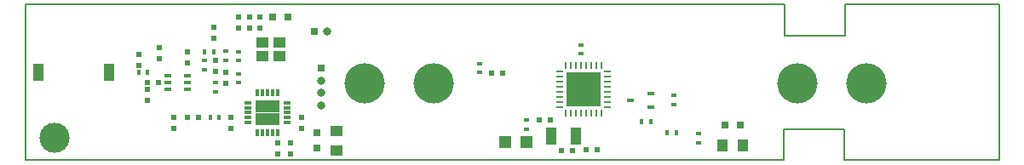
<source format=gbr>
G04 #@! TF.FileFunction,Soldermask,Top*
%FSLAX46Y46*%
G04 Gerber Fmt 4.6, Leading zero omitted, Abs format (unit mm)*
G04 Created by KiCad (PCBNEW 4.0.2+dfsg1-stable) date ven 12 ott 2018 16:01:28 CEST*
%MOMM*%
G01*
G04 APERTURE LIST*
%ADD10C,0.100000*%
%ADD11C,0.200000*%
%ADD12R,0.800000X0.800000*%
%ADD13O,0.800000X0.800000*%
%ADD14R,0.600000X0.500000*%
%ADD15R,0.500000X0.600000*%
%ADD16R,0.800000X0.750000*%
%ADD17R,1.250000X1.000000*%
%ADD18R,1.000000X1.250000*%
%ADD19R,1.198880X1.198880*%
%ADD20R,0.600000X0.400000*%
%ADD21R,0.711200X0.457200*%
%ADD22R,1.150000X1.000000*%
%ADD23R,1.000000X1.800000*%
%ADD24R,0.400000X0.600000*%
%ADD25R,0.730000X0.300000*%
%ADD26R,0.300000X0.730000*%
%ADD27R,1.250000X1.250000*%
%ADD28R,0.700000X0.250000*%
%ADD29R,0.250000X0.700000*%
%ADD30R,1.725000X1.725000*%
%ADD31C,4.000000*%
%ADD32C,3.000000*%
%ADD33R,0.650000X0.400000*%
%ADD34R,0.750000X0.800000*%
G04 APERTURE END LIST*
D10*
D11*
X173690280Y-115443000D02*
X98295460Y-115443000D01*
X195072000Y-115443000D02*
X179682660Y-115443000D01*
X179682660Y-112410240D02*
X179682660Y-115443000D01*
X173692820Y-112410240D02*
X179682660Y-112410240D01*
X173692820Y-112410240D02*
X173692820Y-115437920D01*
X173776640Y-99949000D02*
X98298000Y-99949000D01*
X195072000Y-99949000D02*
X179778660Y-99949000D01*
X179778660Y-99949000D02*
X179778660Y-103047800D01*
X173776640Y-103047800D02*
X179778660Y-103047800D01*
X173776640Y-99949000D02*
X173776640Y-103047800D01*
X98298000Y-115443000D02*
X98298000Y-99949000D01*
X195072000Y-99949000D02*
X195072000Y-115443000D01*
D12*
X127000000Y-102631240D03*
D13*
X128250000Y-102631240D03*
D14*
X110454580Y-107731560D03*
X111554580Y-107731560D03*
D15*
X113062500Y-111225240D03*
X113062500Y-112325240D03*
X124659640Y-113734360D03*
X124659640Y-114834360D03*
D16*
X124350440Y-101203760D03*
X122850440Y-101203760D03*
D15*
X123338640Y-113734360D03*
X123338640Y-114834360D03*
X118708400Y-111225240D03*
X118708400Y-112325240D03*
X119475680Y-102330340D03*
X119475680Y-101230340D03*
X120567680Y-102330340D03*
X120567680Y-101230340D03*
X118210560Y-106665940D03*
X118210560Y-107765940D03*
X117042160Y-103344980D03*
X117042160Y-102244980D03*
X117192020Y-105530560D03*
X117192020Y-106630560D03*
X121558680Y-102330340D03*
X121558680Y-101230340D03*
D17*
X129214880Y-112507520D03*
X129214880Y-114507520D03*
D15*
X125709680Y-111212540D03*
X125709680Y-112312540D03*
D14*
X114403100Y-111221520D03*
X115503100Y-111221520D03*
D15*
X111582200Y-105347860D03*
X111582200Y-104247860D03*
X114406680Y-104640200D03*
X114406680Y-105740200D03*
D18*
X167578000Y-113995000D03*
X169578000Y-113995000D03*
D15*
X110453400Y-108413460D03*
X110453400Y-109513460D03*
D14*
X155106220Y-114452600D03*
X154006220Y-114452600D03*
D15*
X109537500Y-106050080D03*
X109537500Y-104950080D03*
D14*
X152667220Y-114477600D03*
X151567220Y-114477600D03*
X149384000Y-111455000D03*
X150484000Y-111455000D03*
X144615260Y-106804860D03*
X145715260Y-106804860D03*
D19*
X148113020Y-113614000D03*
X146014980Y-113614000D03*
D20*
X116102360Y-105524300D03*
X116102360Y-106424300D03*
D21*
X160450000Y-110159400D03*
X160450000Y-108838600D03*
X158418000Y-109499000D03*
D22*
X121819900Y-105118360D03*
X123569900Y-105118360D03*
X123569900Y-103718360D03*
X121819900Y-103718360D03*
D23*
X153013000Y-113055000D03*
X150513000Y-113055000D03*
D20*
X117192020Y-107754420D03*
X117192020Y-108654420D03*
X162711000Y-109006000D03*
X162711000Y-109906000D03*
D24*
X162057000Y-112700000D03*
X162957000Y-112700000D03*
D20*
X165200000Y-113727000D03*
X165200000Y-112827000D03*
X143429260Y-105820860D03*
X143429260Y-106720860D03*
X148131000Y-111462000D03*
X148131000Y-112362000D03*
X119493260Y-104642500D03*
X119493260Y-105542500D03*
X153516000Y-104877000D03*
X153516000Y-103977000D03*
D25*
X120381880Y-109721300D03*
X120381880Y-110221300D03*
X120381880Y-110721300D03*
X120381880Y-111221300D03*
X120381880Y-111721300D03*
D26*
X121346880Y-112686300D03*
X121846880Y-112686300D03*
X122346880Y-112686300D03*
X122846880Y-112686300D03*
X123346880Y-112686300D03*
D25*
X124311880Y-111721300D03*
X124311880Y-111221300D03*
X124311880Y-110721300D03*
X124311880Y-110221300D03*
X124311880Y-109721300D03*
D26*
X123346880Y-108756300D03*
X122846880Y-108756300D03*
X122346880Y-108756300D03*
X121846880Y-108756300D03*
X121346880Y-108756300D03*
D27*
X122971880Y-111346300D03*
X122971880Y-110096300D03*
X121721880Y-111346300D03*
X121721880Y-110096300D03*
D28*
X156170000Y-110157000D03*
X156170000Y-109657000D03*
X156170000Y-109157000D03*
X156170000Y-108657000D03*
X156170000Y-108157000D03*
X156170000Y-107657000D03*
X156170000Y-107157000D03*
X156170000Y-106657000D03*
D29*
X155520000Y-106007000D03*
X155020000Y-106007000D03*
X154520000Y-106007000D03*
X154020000Y-106007000D03*
X153520000Y-106007000D03*
X153020000Y-106007000D03*
X152520000Y-106007000D03*
X152020000Y-106007000D03*
D28*
X151370000Y-106657000D03*
X151370000Y-107157000D03*
X151370000Y-107657000D03*
X151370000Y-108157000D03*
X151370000Y-108657000D03*
X151370000Y-109157000D03*
X151370000Y-109657000D03*
X151370000Y-110157000D03*
D29*
X152020000Y-110807000D03*
X152520000Y-110807000D03*
X153020000Y-110807000D03*
X153520000Y-110807000D03*
X154020000Y-110807000D03*
X154520000Y-110807000D03*
X155020000Y-110807000D03*
X155520000Y-110807000D03*
D30*
X152907500Y-107544500D03*
X152907500Y-109269500D03*
X154632500Y-107544500D03*
X154632500Y-109269500D03*
D31*
X131999000Y-107787000D03*
X138899000Y-107787000D03*
X174999000Y-107771760D03*
X181899000Y-107771760D03*
D32*
X101198300Y-113243820D03*
D12*
X127668020Y-106278360D03*
D13*
X127668020Y-107528360D03*
X127668020Y-108778360D03*
X127668020Y-110028360D03*
D24*
X160442060Y-111653320D03*
X159542060Y-111653320D03*
D23*
X106597560Y-106711560D03*
X99597560Y-106711560D03*
D24*
X116648460Y-111224060D03*
X117548460Y-111224060D03*
D33*
X114378780Y-108371400D03*
X114378780Y-107071400D03*
X112478780Y-107721400D03*
X114378780Y-107721400D03*
X112478780Y-107071400D03*
X112478780Y-108371400D03*
D24*
X116127760Y-104640380D03*
X117027760Y-104640380D03*
D20*
X118208020Y-104632760D03*
X118208020Y-105532760D03*
X119488180Y-107765000D03*
X119488180Y-106865000D03*
D24*
X109544700Y-106705400D03*
X110444700Y-106705400D03*
D16*
X167828000Y-111963000D03*
X169328000Y-111963000D03*
D34*
X127251460Y-112749900D03*
X127251460Y-114249900D03*
M02*

</source>
